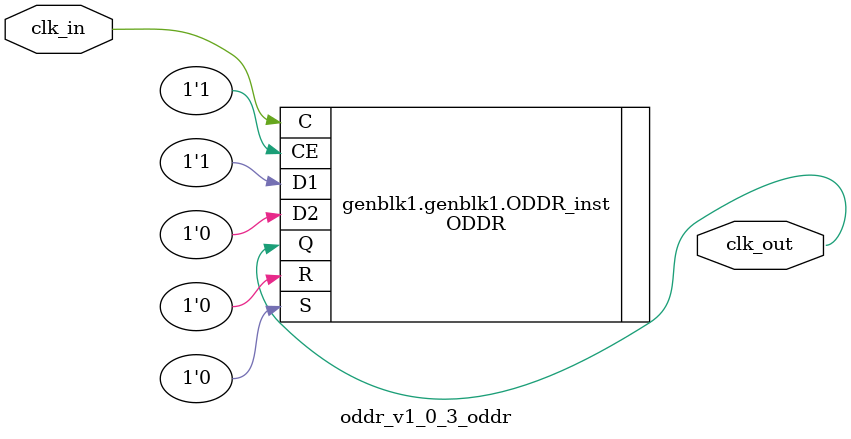
<source format=v>
`timescale 1ns / 1ps


module oddr_v1_0_3_oddr #(
		parameter C_FAMILY             = "kintex7",
                parameter SIM_DEVICE           = "versal")
		(
    input clk_in,
    output clk_out
    );
    
    
generate
        if    (C_FAMILY == "versal")
            begin
            
       //   ODDRE1    : In order to incorporate this function into the design,
            //   Verilog   : the following instance declaration needs to be placed
            //  instance   : in the body of the design code.  The instance name
            // declaration : (ODDRE1_inst) and/or the port declarations within the
            //    code     : parenthesis may be changed to properly reference and
            //             : connect this function to the design.  All inputs
            //             : and outputs must be connected.
            
            
               // ODDRE1: Dedicated Dual Data Rate (DDR) Output Register
               //         Versal
               // AMD HDL Language Template, version 2017.1
            
               ODDRE1 #(
                  .IS_C_INVERTED(1'b0),  // Optional inversion for clk_in
                  .IS_D1_INVERTED(1'b0), // Optional inversion for D1
                  .IS_D2_INVERTED(1'b0), // Optional inversion for D2
                  .SRVAL(1'b0),           // Initializes the ODDRE1 Flip-Flops to the specified value (1'b0, 1'b1)
                  .SIM_DEVICE(SIM_DEVICE)
               )
               ODDRE1_inst (
                  .Q(clk_out),   // 1-bit output: Data output to IOB
                  .C(clk_in),   // 1-bit input: High-speed clock input
                  .D1(1'b1), // 1-bit input: Parallel data input 1
                  .D2(1'b0), // 1-bit input: Parallel data input 2
                  .SR(1'b0)  // 1-bit input: Active High Async Reset
               );    
    
		end
        else begin
        if    (C_FAMILY == "kintexu" || C_FAMILY == "kintexuplus" || C_FAMILY == "virtexu" || C_FAMILY == "virtexuplus" || C_FAMILY == "zynquplus")
            begin
            
       //   ODDRE1    : In order to incorporate this function into the design,
            //   Verilog   : the following instance declaration needs to be placed
            //  instance   : in the body of the design code.  The instance name
            // declaration : (ODDRE1_inst) and/or the port declarations within the
            //    code     : parenthesis may be changed to properly reference and
            //             : connect this function to the design.  All inputs
            //             : and outputs must be connected.
            
            
               // ODDRE1: Dedicated Dual Data Rate (DDR) Output Register
               //         UltraScale / UltraScale+
               // AMD HDL Language Template, version 2017.1
            
               ODDRE1 #(
                  .IS_C_INVERTED(1'b0),  // Optional inversion for clk_in
                  .IS_D1_INVERTED(1'b0), // Optional inversion for D1
                  .IS_D2_INVERTED(1'b0), // Optional inversion for D2
                  .SRVAL(1'b0)           // Initializes the ODDRE1 Flip-Flops to the specified value (1'b0, 1'b1)
               )
               ODDRE1_inst (
                  .Q(clk_out),   // 1-bit output: Data output to IOB
                  .C(clk_in),   // 1-bit input: High-speed clock input
                  .D1(1'b1), // 1-bit input: Parallel data input 1
                  .D2(1'b0), // 1-bit input: Parallel data input 2
                  .SR(1'b0)  // 1-bit input: Active High Async Reset
               );    
    
		end
       else
       begin
               
    //      ODDR     : In order to incorporate this function into the design,
       //     Verilog   : the following instance declaration needs to be placed
       //    instance   : in the body of the design code.  The instance name
       //   declaration : (ODDR_inst) and/or the port declarations within the
       //      code     : parenthesis may be changed to properly reference and
       //               : connect this function to the design.  Delete or comment
       //               : out inputs/outs that are not necessary.
           
          // ODDR: Output Double Data Rate Output Register with Set, Reset
          //       and Clock Enable.
          //       Series7
          // AMD HDL Language Template, version 2017.1
       
          ODDR #(
             .DDR_CLK_EDGE("OPPOSITE_EDGE"), // "OPPOSITE_EDGE" or "SAME_EDGE" 
             .INIT(1'b0),    // Initial value of Q: 1'b0 or 1'b1
             .SRTYPE("SYNC") // Set/Reset type: "SYNC" or "ASYNC" 
          ) ODDR_inst (
             .Q(clk_out),   // 1-bit DDR output
             .C(clk_in),   // 1-bit clock input
             .CE(1'b1), // 1-bit clock enable input
             .D1(1'b1), // 1-bit data input (positive edge)
             .D2(1'b0), // 1-bit data input (negative edge)
             .R(1'b0),   // 1-bit reset
             .S(1'b0)    // 1-bit set
          );
	   end
	   end
   endgenerate                    
                                                                                                                                             
endmodule



</source>
